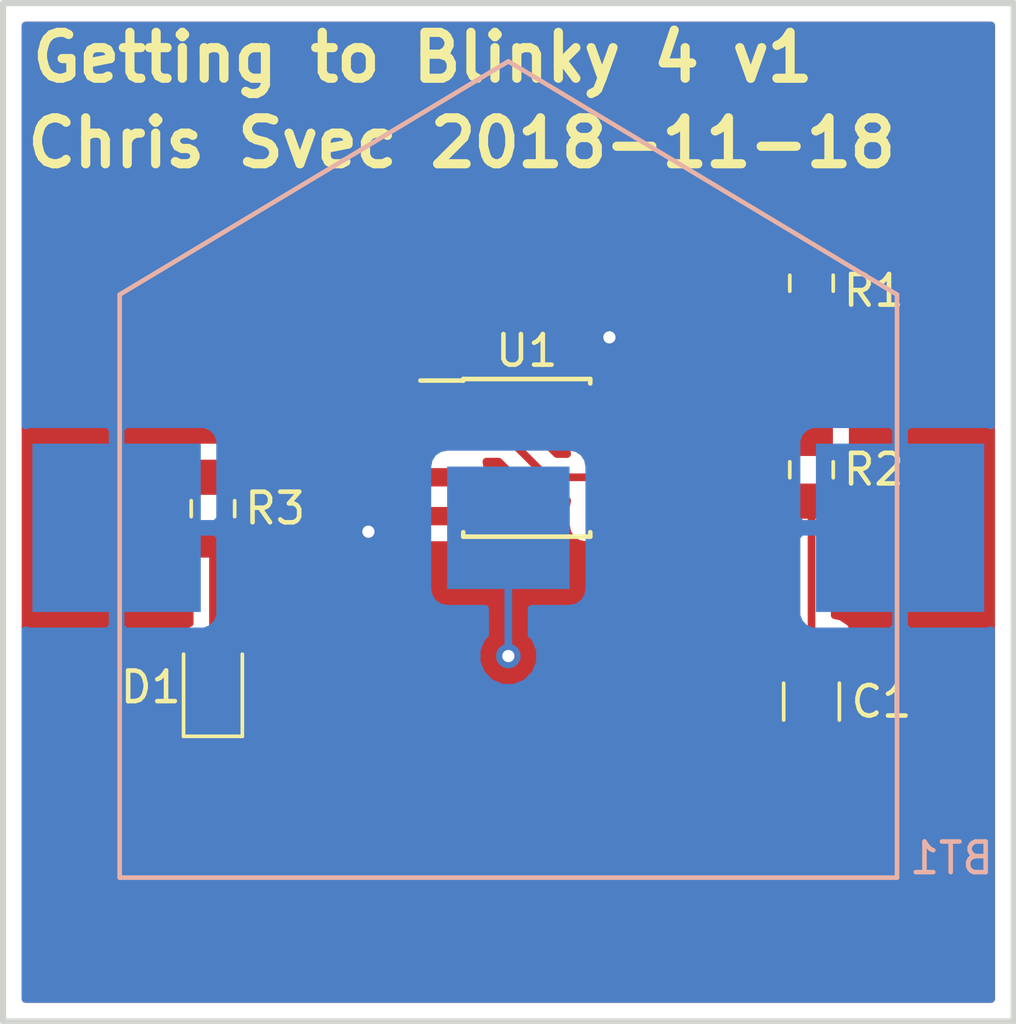
<source format=kicad_pcb>
(kicad_pcb (version 20171130) (host pcbnew "(5.0.1-3-g963ef8bb5)")

  (general
    (thickness 1.6)
    (drawings 6)
    (tracks 24)
    (zones 0)
    (modules 7)
    (nets 8)
  )

  (page A4)
  (layers
    (0 F.Cu signal)
    (31 B.Cu signal)
    (32 B.Adhes user)
    (33 F.Adhes user)
    (34 B.Paste user)
    (35 F.Paste user)
    (36 B.SilkS user)
    (37 F.SilkS user)
    (38 B.Mask user)
    (39 F.Mask user)
    (40 Dwgs.User user)
    (41 Cmts.User user)
    (42 Eco1.User user)
    (43 Eco2.User user)
    (44 Edge.Cuts user)
    (45 Margin user)
    (46 B.CrtYd user)
    (47 F.CrtYd user)
    (48 B.Fab user)
    (49 F.Fab user)
  )

  (setup
    (last_trace_width 0.25)
    (trace_clearance 0.2)
    (zone_clearance 0.508)
    (zone_45_only no)
    (trace_min 0.2)
    (segment_width 0.2)
    (edge_width 0.15)
    (via_size 0.8)
    (via_drill 0.4)
    (via_min_size 0.4)
    (via_min_drill 0.3)
    (uvia_size 0.3)
    (uvia_drill 0.1)
    (uvias_allowed no)
    (uvia_min_size 0.2)
    (uvia_min_drill 0.1)
    (pcb_text_width 0.3)
    (pcb_text_size 1.5 1.5)
    (mod_edge_width 0.15)
    (mod_text_size 1 1)
    (mod_text_width 0.15)
    (pad_size 1.524 1.524)
    (pad_drill 0.762)
    (pad_to_mask_clearance 0.051)
    (solder_mask_min_width 0.25)
    (aux_axis_origin 0 0)
    (visible_elements FFFFFF7F)
    (pcbplotparams
      (layerselection 0x010f0_ffffffff)
      (usegerberextensions false)
      (usegerberattributes false)
      (usegerberadvancedattributes false)
      (creategerberjobfile false)
      (excludeedgelayer true)
      (linewidth 0.100000)
      (plotframeref false)
      (viasonmask false)
      (mode 1)
      (useauxorigin false)
      (hpglpennumber 1)
      (hpglpenspeed 20)
      (hpglpendiameter 15.000000)
      (psnegative false)
      (psa4output false)
      (plotreference true)
      (plotvalue false)
      (plotinvisibletext false)
      (padsonsilk false)
      (subtractmaskfromsilk true)
      (outputformat 1)
      (mirror false)
      (drillshape 0)
      (scaleselection 1)
      (outputdirectory "GERBERS/"))
  )

  (net 0 "")
  (net 1 "Net-(C1-Pad1)")
  (net 2 GND)
  (net 3 "Net-(D1-Pad2)")
  (net 4 /VDD)
  (net 5 "Net-(R1-Pad2)")
  (net 6 "Net-(R3-Pad1)")
  (net 7 "Net-(U1-Pad5)")

  (net_class Default "This is the default net class."
    (clearance 0.2)
    (trace_width 0.25)
    (via_dia 0.8)
    (via_drill 0.4)
    (uvia_dia 0.3)
    (uvia_drill 0.1)
    (add_net /VDD)
    (add_net GND)
    (add_net "Net-(C1-Pad1)")
    (add_net "Net-(D1-Pad2)")
    (add_net "Net-(R1-Pad2)")
    (add_net "Net-(R3-Pad1)")
    (add_net "Net-(U1-Pad5)")
  )

  (module GettingToBlinky4:BatteryHolder_CR2032_S8211R (layer B.Cu) (tedit 5BF22044) (tstamp 5C15CE92)
    (at 102.87 88.265)
    (path /5BF222CB)
    (fp_text reference BT1 (at 14.478 10.795) (layer B.SilkS)
      (effects (font (size 1 1) (thickness 0.15)) (justify mirror))
    )
    (fp_text value Battery (at -9.652 10.287) (layer B.Fab)
      (effects (font (size 1 1) (thickness 0.15)) (justify mirror))
    )
    (fp_line (start -12.7 11.43) (end 12.7 11.43) (layer B.SilkS) (width 0.15))
    (fp_line (start 0 -15.24) (end 12.7 -7.62) (layer B.SilkS) (width 0.15))
    (fp_line (start 12.7 -7.62) (end 12.7 11.43) (layer B.SilkS) (width 0.15))
    (fp_line (start -12.7 11.43) (end -12.7 -7.62) (layer B.SilkS) (width 0.15))
    (fp_line (start -12.7 -7.62) (end 0 -15.24) (layer B.SilkS) (width 0.15))
    (pad 2 smd rect (at 0 0) (size 4 4) (layers B.Cu B.Paste B.Mask)
      (net 2 GND))
    (pad 1 smd rect (at -12.8 0) (size 5.5 5.5) (layers B.Cu B.Paste B.Mask)
      (net 4 /VDD))
    (pad 1 smd rect (at 12.8 0) (size 5.5 5.5) (layers B.Cu B.Paste B.Mask)
      (net 4 /VDD))
  )

  (module Capacitor_SMD:C_1206_3216Metric_Pad1.42x1.75mm_HandSolder (layer F.Cu) (tedit 5B301BBE) (tstamp 5C15CA72)
    (at 112.776 93.9435 270)
    (descr "Capacitor SMD 1206 (3216 Metric), square (rectangular) end terminal, IPC_7351 nominal with elongated pad for handsoldering. (Body size source: http://www.tortai-tech.com/upload/download/2011102023233369053.pdf), generated with kicad-footprint-generator")
    (tags "capacitor handsolder")
    (path /5BF20EAA)
    (attr smd)
    (fp_text reference C1 (at 0 -2.286) (layer F.SilkS)
      (effects (font (size 1 1) (thickness 0.15)))
    )
    (fp_text value 1U (at 0 1.82 270) (layer F.Fab)
      (effects (font (size 1 1) (thickness 0.15)))
    )
    (fp_line (start -1.6 0.8) (end -1.6 -0.8) (layer F.Fab) (width 0.1))
    (fp_line (start -1.6 -0.8) (end 1.6 -0.8) (layer F.Fab) (width 0.1))
    (fp_line (start 1.6 -0.8) (end 1.6 0.8) (layer F.Fab) (width 0.1))
    (fp_line (start 1.6 0.8) (end -1.6 0.8) (layer F.Fab) (width 0.1))
    (fp_line (start -0.602064 -0.91) (end 0.602064 -0.91) (layer F.SilkS) (width 0.12))
    (fp_line (start -0.602064 0.91) (end 0.602064 0.91) (layer F.SilkS) (width 0.12))
    (fp_line (start -2.45 1.12) (end -2.45 -1.12) (layer F.CrtYd) (width 0.05))
    (fp_line (start -2.45 -1.12) (end 2.45 -1.12) (layer F.CrtYd) (width 0.05))
    (fp_line (start 2.45 -1.12) (end 2.45 1.12) (layer F.CrtYd) (width 0.05))
    (fp_line (start 2.45 1.12) (end -2.45 1.12) (layer F.CrtYd) (width 0.05))
    (fp_text user %R (at 0 0 270) (layer F.Fab)
      (effects (font (size 0.8 0.8) (thickness 0.12)))
    )
    (pad 1 smd roundrect (at -1.4875 0 270) (size 1.425 1.75) (layers F.Cu F.Paste F.Mask) (roundrect_rratio 0.175439)
      (net 1 "Net-(C1-Pad1)"))
    (pad 2 smd roundrect (at 1.4875 0 270) (size 1.425 1.75) (layers F.Cu F.Paste F.Mask) (roundrect_rratio 0.175439)
      (net 2 GND))
    (model ${KISYS3DMOD}/Capacitor_SMD.3dshapes/C_1206_3216Metric.wrl
      (at (xyz 0 0 0))
      (scale (xyz 1 1 1))
      (rotate (xyz 0 0 0))
    )
  )

  (module LED_SMD:LED_0805_2012Metric (layer F.Cu) (tedit 5B36C52C) (tstamp 5BFE6A37)
    (at 93.218 93.3935 90)
    (descr "LED SMD 0805 (2012 Metric), square (rectangular) end terminal, IPC_7351 nominal, (Body size source: https://docs.google.com/spreadsheets/d/1BsfQQcO9C6DZCsRaXUlFlo91Tg2WpOkGARC1WS5S8t0/edit?usp=sharing), generated with kicad-footprint-generator")
    (tags diode)
    (path /5BF20F5C)
    (attr smd)
    (fp_text reference D1 (at -0.0785 -2.032 180) (layer F.SilkS)
      (effects (font (size 1 1) (thickness 0.15)))
    )
    (fp_text value LED (at 0 1.65 90) (layer F.Fab)
      (effects (font (size 1 1) (thickness 0.15)))
    )
    (fp_line (start 1 -0.6) (end -0.7 -0.6) (layer F.Fab) (width 0.1))
    (fp_line (start -0.7 -0.6) (end -1 -0.3) (layer F.Fab) (width 0.1))
    (fp_line (start -1 -0.3) (end -1 0.6) (layer F.Fab) (width 0.1))
    (fp_line (start -1 0.6) (end 1 0.6) (layer F.Fab) (width 0.1))
    (fp_line (start 1 0.6) (end 1 -0.6) (layer F.Fab) (width 0.1))
    (fp_line (start 1 -0.96) (end -1.685 -0.96) (layer F.SilkS) (width 0.12))
    (fp_line (start -1.685 -0.96) (end -1.685 0.96) (layer F.SilkS) (width 0.12))
    (fp_line (start -1.685 0.96) (end 1 0.96) (layer F.SilkS) (width 0.12))
    (fp_line (start -1.68 0.95) (end -1.68 -0.95) (layer F.CrtYd) (width 0.05))
    (fp_line (start -1.68 -0.95) (end 1.68 -0.95) (layer F.CrtYd) (width 0.05))
    (fp_line (start 1.68 -0.95) (end 1.68 0.95) (layer F.CrtYd) (width 0.05))
    (fp_line (start 1.68 0.95) (end -1.68 0.95) (layer F.CrtYd) (width 0.05))
    (fp_text user %R (at 0 0 90) (layer F.Fab)
      (effects (font (size 0.5 0.5) (thickness 0.08)))
    )
    (pad 1 smd roundrect (at -0.9375 0 90) (size 0.975 1.4) (layers F.Cu F.Paste F.Mask) (roundrect_rratio 0.25)
      (net 2 GND))
    (pad 2 smd roundrect (at 0.9375 0 90) (size 0.975 1.4) (layers F.Cu F.Paste F.Mask) (roundrect_rratio 0.25)
      (net 3 "Net-(D1-Pad2)"))
    (model ${KISYS3DMOD}/LED_SMD.3dshapes/LED_0805_2012Metric.wrl
      (at (xyz 0 0 0))
      (scale (xyz 1 1 1))
      (rotate (xyz 0 0 0))
    )
  )

  (module Resistor_SMD:R_0805_2012Metric_Pad1.15x1.40mm_HandSolder (layer F.Cu) (tedit 5B36C52B) (tstamp 5BFE6A48)
    (at 112.776 80.273 270)
    (descr "Resistor SMD 0805 (2012 Metric), square (rectangular) end terminal, IPC_7351 nominal with elongated pad for handsoldering. (Body size source: https://docs.google.com/spreadsheets/d/1BsfQQcO9C6DZCsRaXUlFlo91Tg2WpOkGARC1WS5S8t0/edit?usp=sharing), generated with kicad-footprint-generator")
    (tags "resistor handsolder")
    (path /5BF20DEA)
    (attr smd)
    (fp_text reference R1 (at 0.245 -2.032) (layer F.SilkS)
      (effects (font (size 1 1) (thickness 0.15)))
    )
    (fp_text value 1K (at 0 1.65 270) (layer F.Fab)
      (effects (font (size 1 1) (thickness 0.15)))
    )
    (fp_line (start -1 0.6) (end -1 -0.6) (layer F.Fab) (width 0.1))
    (fp_line (start -1 -0.6) (end 1 -0.6) (layer F.Fab) (width 0.1))
    (fp_line (start 1 -0.6) (end 1 0.6) (layer F.Fab) (width 0.1))
    (fp_line (start 1 0.6) (end -1 0.6) (layer F.Fab) (width 0.1))
    (fp_line (start -0.261252 -0.71) (end 0.261252 -0.71) (layer F.SilkS) (width 0.12))
    (fp_line (start -0.261252 0.71) (end 0.261252 0.71) (layer F.SilkS) (width 0.12))
    (fp_line (start -1.85 0.95) (end -1.85 -0.95) (layer F.CrtYd) (width 0.05))
    (fp_line (start -1.85 -0.95) (end 1.85 -0.95) (layer F.CrtYd) (width 0.05))
    (fp_line (start 1.85 -0.95) (end 1.85 0.95) (layer F.CrtYd) (width 0.05))
    (fp_line (start 1.85 0.95) (end -1.85 0.95) (layer F.CrtYd) (width 0.05))
    (fp_text user %R (at 0 0 270) (layer F.Fab)
      (effects (font (size 0.5 0.5) (thickness 0.08)))
    )
    (pad 1 smd roundrect (at -1.025 0 270) (size 1.15 1.4) (layers F.Cu F.Paste F.Mask) (roundrect_rratio 0.217391)
      (net 4 /VDD))
    (pad 2 smd roundrect (at 1.025 0 270) (size 1.15 1.4) (layers F.Cu F.Paste F.Mask) (roundrect_rratio 0.217391)
      (net 5 "Net-(R1-Pad2)"))
    (model ${KISYS3DMOD}/Resistor_SMD.3dshapes/R_0805_2012Metric.wrl
      (at (xyz 0 0 0))
      (scale (xyz 1 1 1))
      (rotate (xyz 0 0 0))
    )
  )

  (module Resistor_SMD:R_0805_2012Metric_Pad1.15x1.40mm_HandSolder (layer F.Cu) (tedit 5B36C52B) (tstamp 5C15CE2A)
    (at 112.776 86.369 270)
    (descr "Resistor SMD 0805 (2012 Metric), square (rectangular) end terminal, IPC_7351 nominal with elongated pad for handsoldering. (Body size source: https://docs.google.com/spreadsheets/d/1BsfQQcO9C6DZCsRaXUlFlo91Tg2WpOkGARC1WS5S8t0/edit?usp=sharing), generated with kicad-footprint-generator")
    (tags "resistor handsolder")
    (path /5BF20E2E)
    (attr smd)
    (fp_text reference R2 (at -0.009 -2.032) (layer F.SilkS)
      (effects (font (size 1 1) (thickness 0.15)))
    )
    (fp_text value 470K (at 0 1.65 270) (layer F.Fab)
      (effects (font (size 1 1) (thickness 0.15)))
    )
    (fp_text user %R (at 0 0 270) (layer F.Fab)
      (effects (font (size 0.5 0.5) (thickness 0.08)))
    )
    (fp_line (start 1.85 0.95) (end -1.85 0.95) (layer F.CrtYd) (width 0.05))
    (fp_line (start 1.85 -0.95) (end 1.85 0.95) (layer F.CrtYd) (width 0.05))
    (fp_line (start -1.85 -0.95) (end 1.85 -0.95) (layer F.CrtYd) (width 0.05))
    (fp_line (start -1.85 0.95) (end -1.85 -0.95) (layer F.CrtYd) (width 0.05))
    (fp_line (start -0.261252 0.71) (end 0.261252 0.71) (layer F.SilkS) (width 0.12))
    (fp_line (start -0.261252 -0.71) (end 0.261252 -0.71) (layer F.SilkS) (width 0.12))
    (fp_line (start 1 0.6) (end -1 0.6) (layer F.Fab) (width 0.1))
    (fp_line (start 1 -0.6) (end 1 0.6) (layer F.Fab) (width 0.1))
    (fp_line (start -1 -0.6) (end 1 -0.6) (layer F.Fab) (width 0.1))
    (fp_line (start -1 0.6) (end -1 -0.6) (layer F.Fab) (width 0.1))
    (pad 2 smd roundrect (at 1.025 0 270) (size 1.15 1.4) (layers F.Cu F.Paste F.Mask) (roundrect_rratio 0.217391)
      (net 1 "Net-(C1-Pad1)"))
    (pad 1 smd roundrect (at -1.025 0 270) (size 1.15 1.4) (layers F.Cu F.Paste F.Mask) (roundrect_rratio 0.217391)
      (net 5 "Net-(R1-Pad2)"))
    (model ${KISYS3DMOD}/Resistor_SMD.3dshapes/R_0805_2012Metric.wrl
      (at (xyz 0 0 0))
      (scale (xyz 1 1 1))
      (rotate (xyz 0 0 0))
    )
  )

  (module Resistor_SMD:R_0805_2012Metric_Pad1.15x1.40mm_HandSolder (layer F.Cu) (tedit 5B36C52B) (tstamp 5BFE6A6A)
    (at 93.218 87.639 270)
    (descr "Resistor SMD 0805 (2012 Metric), square (rectangular) end terminal, IPC_7351 nominal with elongated pad for handsoldering. (Body size source: https://docs.google.com/spreadsheets/d/1BsfQQcO9C6DZCsRaXUlFlo91Tg2WpOkGARC1WS5S8t0/edit?usp=sharing), generated with kicad-footprint-generator")
    (tags "resistor handsolder")
    (path /5BF20E50)
    (attr smd)
    (fp_text reference R3 (at -0.009 -2.032 180) (layer F.SilkS)
      (effects (font (size 1 1) (thickness 0.15)))
    )
    (fp_text value 1K (at 0 1.65 270) (layer F.Fab)
      (effects (font (size 1 1) (thickness 0.15)))
    )
    (fp_line (start -1 0.6) (end -1 -0.6) (layer F.Fab) (width 0.1))
    (fp_line (start -1 -0.6) (end 1 -0.6) (layer F.Fab) (width 0.1))
    (fp_line (start 1 -0.6) (end 1 0.6) (layer F.Fab) (width 0.1))
    (fp_line (start 1 0.6) (end -1 0.6) (layer F.Fab) (width 0.1))
    (fp_line (start -0.261252 -0.71) (end 0.261252 -0.71) (layer F.SilkS) (width 0.12))
    (fp_line (start -0.261252 0.71) (end 0.261252 0.71) (layer F.SilkS) (width 0.12))
    (fp_line (start -1.85 0.95) (end -1.85 -0.95) (layer F.CrtYd) (width 0.05))
    (fp_line (start -1.85 -0.95) (end 1.85 -0.95) (layer F.CrtYd) (width 0.05))
    (fp_line (start 1.85 -0.95) (end 1.85 0.95) (layer F.CrtYd) (width 0.05))
    (fp_line (start 1.85 0.95) (end -1.85 0.95) (layer F.CrtYd) (width 0.05))
    (fp_text user %R (at 0 0 270) (layer F.Fab)
      (effects (font (size 0.5 0.5) (thickness 0.08)))
    )
    (pad 1 smd roundrect (at -1.025 0 270) (size 1.15 1.4) (layers F.Cu F.Paste F.Mask) (roundrect_rratio 0.217391)
      (net 6 "Net-(R3-Pad1)"))
    (pad 2 smd roundrect (at 1.025 0 270) (size 1.15 1.4) (layers F.Cu F.Paste F.Mask) (roundrect_rratio 0.217391)
      (net 3 "Net-(D1-Pad2)"))
    (model ${KISYS3DMOD}/Resistor_SMD.3dshapes/R_0805_2012Metric.wrl
      (at (xyz 0 0 0))
      (scale (xyz 1 1 1))
      (rotate (xyz 0 0 0))
    )
  )

  (module Package_SO:SOIC-8_3.9x4.9mm_P1.27mm (layer F.Cu) (tedit 5A02F2D3) (tstamp 5C15C783)
    (at 103.472 85.979)
    (descr "8-Lead Plastic Small Outline (SN) - Narrow, 3.90 mm Body [SOIC] (see Microchip Packaging Specification 00000049BS.pdf)")
    (tags "SOIC 1.27")
    (path /5BF20D98)
    (attr smd)
    (fp_text reference U1 (at 0 -3.5) (layer F.SilkS)
      (effects (font (size 1 1) (thickness 0.15)))
    )
    (fp_text value 7555 (at 0 3.5) (layer F.Fab)
      (effects (font (size 1 1) (thickness 0.15)))
    )
    (fp_text user %R (at 0 0) (layer F.Fab)
      (effects (font (size 1 1) (thickness 0.15)))
    )
    (fp_line (start -0.95 -2.45) (end 1.95 -2.45) (layer F.Fab) (width 0.1))
    (fp_line (start 1.95 -2.45) (end 1.95 2.45) (layer F.Fab) (width 0.1))
    (fp_line (start 1.95 2.45) (end -1.95 2.45) (layer F.Fab) (width 0.1))
    (fp_line (start -1.95 2.45) (end -1.95 -1.45) (layer F.Fab) (width 0.1))
    (fp_line (start -1.95 -1.45) (end -0.95 -2.45) (layer F.Fab) (width 0.1))
    (fp_line (start -3.73 -2.7) (end -3.73 2.7) (layer F.CrtYd) (width 0.05))
    (fp_line (start 3.73 -2.7) (end 3.73 2.7) (layer F.CrtYd) (width 0.05))
    (fp_line (start -3.73 -2.7) (end 3.73 -2.7) (layer F.CrtYd) (width 0.05))
    (fp_line (start -3.73 2.7) (end 3.73 2.7) (layer F.CrtYd) (width 0.05))
    (fp_line (start -2.075 -2.575) (end -2.075 -2.525) (layer F.SilkS) (width 0.15))
    (fp_line (start 2.075 -2.575) (end 2.075 -2.43) (layer F.SilkS) (width 0.15))
    (fp_line (start 2.075 2.575) (end 2.075 2.43) (layer F.SilkS) (width 0.15))
    (fp_line (start -2.075 2.575) (end -2.075 2.43) (layer F.SilkS) (width 0.15))
    (fp_line (start -2.075 -2.575) (end 2.075 -2.575) (layer F.SilkS) (width 0.15))
    (fp_line (start -2.075 2.575) (end 2.075 2.575) (layer F.SilkS) (width 0.15))
    (fp_line (start -2.075 -2.525) (end -3.475 -2.525) (layer F.SilkS) (width 0.15))
    (pad 1 smd rect (at -2.7 -1.905) (size 1.55 0.6) (layers F.Cu F.Paste F.Mask)
      (net 2 GND))
    (pad 2 smd rect (at -2.7 -0.635) (size 1.55 0.6) (layers F.Cu F.Paste F.Mask)
      (net 1 "Net-(C1-Pad1)"))
    (pad 3 smd rect (at -2.7 0.635) (size 1.55 0.6) (layers F.Cu F.Paste F.Mask)
      (net 6 "Net-(R3-Pad1)"))
    (pad 4 smd rect (at -2.7 1.905) (size 1.55 0.6) (layers F.Cu F.Paste F.Mask)
      (net 4 /VDD))
    (pad 5 smd rect (at 2.7 1.905) (size 1.55 0.6) (layers F.Cu F.Paste F.Mask)
      (net 7 "Net-(U1-Pad5)"))
    (pad 6 smd rect (at 2.7 0.635) (size 1.55 0.6) (layers F.Cu F.Paste F.Mask)
      (net 1 "Net-(C1-Pad1)"))
    (pad 7 smd rect (at 2.7 -0.635) (size 1.55 0.6) (layers F.Cu F.Paste F.Mask)
      (net 5 "Net-(R1-Pad2)"))
    (pad 8 smd rect (at 2.7 -1.905) (size 1.55 0.6) (layers F.Cu F.Paste F.Mask)
      (net 4 /VDD))
    (model ${KISYS3DMOD}/Package_SO.3dshapes/SOIC-8_3.9x4.9mm_P1.27mm.wrl
      (at (xyz 0 0 0))
      (scale (xyz 1 1 1))
      (rotate (xyz 0 0 0))
    )
  )

  (gr_text "Chris Svec 2018-11-18" (at 101.346 75.692) (layer F.SilkS)
    (effects (font (size 1.5 1.5) (thickness 0.3)))
  )
  (gr_text "Getting to Blinky 4 v1" (at 100.076 72.898) (layer F.SilkS)
    (effects (font (size 1.5 1.5) (thickness 0.3)))
  )
  (gr_line (start 119.38 104.394) (end 86.36 104.394) (layer Edge.Cuts) (width 0.2))
  (gr_line (start 119.38 71.12) (end 119.38 104.394) (layer Edge.Cuts) (width 0.2))
  (gr_line (start 86.36 71.12) (end 119.38 71.12) (layer Edge.Cuts) (width 0.2))
  (gr_line (start 86.36 104.394) (end 86.36 71.12) (layer Edge.Cuts) (width 0.2))

  (segment (start 112.776 87.394) (end 112.776 92.456) (width 0.25) (layer F.Cu) (net 1))
  (segment (start 100.772 85.344) (end 102.87 85.344) (width 0.25) (layer F.Cu) (net 1))
  (segment (start 102.87 85.344) (end 104.14 86.614) (width 0.25) (layer F.Cu) (net 1))
  (segment (start 104.14 86.614) (end 106.172 86.614) (width 0.25) (layer F.Cu) (net 1))
  (segment (start 110 87.394) (end 112.776 87.394) (width 0.25) (layer F.Cu) (net 1))
  (segment (start 109.22 86.614) (end 110 87.394) (width 0.25) (layer F.Cu) (net 1))
  (segment (start 106.172 86.614) (end 109.22 86.614) (width 0.25) (layer F.Cu) (net 1))
  (via (at 102.87 92.456) (size 0.8) (drill 0.4) (layers F.Cu B.Cu) (net 2))
  (segment (start 102.87 88.265) (end 102.87 92.456) (width 0.25) (layer B.Cu) (net 2))
  (segment (start 93.218 88.664) (end 93.218 92.456) (width 0.25) (layer F.Cu) (net 3))
  (segment (start 110.998 79.756) (end 111.506 79.248) (width 0.25) (layer F.Cu) (net 4))
  (segment (start 110.998 81.026) (end 110.998 79.756) (width 0.25) (layer F.Cu) (net 4))
  (segment (start 111.506 79.248) (end 112.776 79.248) (width 0.25) (layer F.Cu) (net 4))
  (segment (start 107.95 84.074) (end 110.998 81.026) (width 0.25) (layer F.Cu) (net 4))
  (segment (start 106.172 84.074) (end 107.95 84.074) (width 0.25) (layer F.Cu) (net 4))
  (via (at 106.172 82.042) (size 0.8) (drill 0.4) (layers F.Cu B.Cu) (net 4))
  (segment (start 106.172 84.074) (end 106.172 82.042) (width 0.25) (layer F.Cu) (net 4))
  (segment (start 100.772 87.884) (end 99.747 87.884) (width 0.25) (layer F.Cu) (net 4))
  (via (at 98.298 88.392) (size 0.8) (drill 0.4) (layers F.Cu B.Cu) (net 4))
  (segment (start 98.806 87.884) (end 98.298 88.392) (width 0.25) (layer F.Cu) (net 4))
  (segment (start 99.747 87.884) (end 98.806 87.884) (width 0.25) (layer F.Cu) (net 4))
  (segment (start 112.776 85.344) (end 106.172 85.344) (width 0.25) (layer F.Cu) (net 5))
  (segment (start 112.776 81.298) (end 112.776 85.344) (width 0.25) (layer F.Cu) (net 5))
  (segment (start 100.772 86.614) (end 93.218 86.614) (width 0.25) (layer F.Cu) (net 6))

  (zone (net 2) (net_name GND) (layer F.Cu) (tstamp 5C15D16C) (hatch edge 0.508)
    (connect_pads (clearance 0.508))
    (min_thickness 0.254)
    (fill yes (arc_segments 16) (thermal_gap 0.508) (thermal_bridge_width 0.508))
    (polygon
      (pts
        (xy 86.36 71.12) (xy 86.36 104.394) (xy 119.38 104.394) (xy 119.38 71.12)
      )
    )
    (filled_polygon
      (pts
        (xy 118.645001 103.659) (xy 87.095 103.659) (xy 87.095 95.71675) (xy 111.266 95.71675) (xy 111.266 96.269809)
        (xy 111.362673 96.503198) (xy 111.541301 96.681827) (xy 111.77469 96.7785) (xy 112.49025 96.7785) (xy 112.649 96.61975)
        (xy 112.649 95.558) (xy 112.903 95.558) (xy 112.903 96.61975) (xy 113.06175 96.7785) (xy 113.77731 96.7785)
        (xy 114.010699 96.681827) (xy 114.189327 96.503198) (xy 114.286 96.269809) (xy 114.286 95.71675) (xy 114.12725 95.558)
        (xy 112.903 95.558) (xy 112.649 95.558) (xy 111.42475 95.558) (xy 111.266 95.71675) (xy 87.095 95.71675)
        (xy 87.095 94.61675) (xy 91.883 94.61675) (xy 91.883 94.944809) (xy 91.979673 95.178198) (xy 92.158301 95.356827)
        (xy 92.39169 95.4535) (xy 92.93225 95.4535) (xy 93.091 95.29475) (xy 93.091 94.458) (xy 93.345 94.458)
        (xy 93.345 95.29475) (xy 93.50375 95.4535) (xy 94.04431 95.4535) (xy 94.277699 95.356827) (xy 94.456327 95.178198)
        (xy 94.553 94.944809) (xy 94.553 94.61675) (xy 94.528441 94.592191) (xy 111.266 94.592191) (xy 111.266 95.14525)
        (xy 111.42475 95.304) (xy 112.649 95.304) (xy 112.649 94.24225) (xy 112.903 94.24225) (xy 112.903 95.304)
        (xy 114.12725 95.304) (xy 114.286 95.14525) (xy 114.286 94.592191) (xy 114.189327 94.358802) (xy 114.010699 94.180173)
        (xy 113.77731 94.0835) (xy 113.06175 94.0835) (xy 112.903 94.24225) (xy 112.649 94.24225) (xy 112.49025 94.0835)
        (xy 111.77469 94.0835) (xy 111.541301 94.180173) (xy 111.362673 94.358802) (xy 111.266 94.592191) (xy 94.528441 94.592191)
        (xy 94.39425 94.458) (xy 93.345 94.458) (xy 93.091 94.458) (xy 92.04175 94.458) (xy 91.883 94.61675)
        (xy 87.095 94.61675) (xy 87.095 86.288999) (xy 91.87056 86.288999) (xy 91.87056 86.939001) (xy 91.938873 87.282436)
        (xy 92.133414 87.573586) (xy 92.231313 87.639) (xy 92.133414 87.704414) (xy 91.938873 87.995564) (xy 91.87056 88.338999)
        (xy 91.87056 88.989001) (xy 91.938873 89.332436) (xy 92.133414 89.623586) (xy 92.424564 89.818127) (xy 92.458 89.824778)
        (xy 92.458001 91.38148) (xy 92.420706 91.388898) (xy 92.131584 91.582084) (xy 91.938398 91.871206) (xy 91.87056 92.21225)
        (xy 91.87056 92.69975) (xy 91.938398 93.040794) (xy 92.131584 93.329916) (xy 92.132767 93.330707) (xy 91.979673 93.483802)
        (xy 91.883 93.717191) (xy 91.883 94.04525) (xy 92.04175 94.204) (xy 93.091 94.204) (xy 93.091 94.184)
        (xy 93.345 94.184) (xy 93.345 94.204) (xy 94.39425 94.204) (xy 94.553 94.04525) (xy 94.553 93.717191)
        (xy 94.456327 93.483802) (xy 94.303233 93.330707) (xy 94.304416 93.329916) (xy 94.497602 93.040794) (xy 94.56544 92.69975)
        (xy 94.56544 92.21225) (xy 94.497602 91.871206) (xy 94.304416 91.582084) (xy 94.015294 91.388898) (xy 93.978 91.38148)
        (xy 93.978 89.824778) (xy 94.011436 89.818127) (xy 94.302586 89.623586) (xy 94.497127 89.332436) (xy 94.56544 88.989001)
        (xy 94.56544 88.338999) (xy 94.497127 87.995564) (xy 94.302586 87.704414) (xy 94.204687 87.639) (xy 94.302586 87.573586)
        (xy 94.435946 87.374) (xy 98.051084 87.374) (xy 97.71172 87.514569) (xy 97.420569 87.80572) (xy 97.263 88.186126)
        (xy 97.263 88.597874) (xy 97.420569 88.97828) (xy 97.71172 89.269431) (xy 98.092126 89.427) (xy 98.503874 89.427)
        (xy 98.88428 89.269431) (xy 99.175431 88.97828) (xy 99.313894 88.644) (xy 99.54247 88.644) (xy 99.749235 88.782157)
        (xy 99.997 88.83144) (xy 101.547 88.83144) (xy 101.794765 88.782157) (xy 102.004809 88.641809) (xy 102.145157 88.431765)
        (xy 102.19444 88.184) (xy 102.19444 87.584) (xy 102.145157 87.336235) (xy 102.086868 87.249) (xy 102.145157 87.161765)
        (xy 102.19444 86.914) (xy 102.19444 86.314) (xy 102.152669 86.104) (xy 102.555199 86.104) (xy 103.54967 87.098472)
        (xy 103.592071 87.161929) (xy 103.843463 87.329904) (xy 104.065148 87.374) (xy 104.065152 87.374) (xy 104.139999 87.388888)
        (xy 104.214846 87.374) (xy 104.791331 87.374) (xy 104.74956 87.584) (xy 104.74956 88.184) (xy 104.798843 88.431765)
        (xy 104.939191 88.641809) (xy 105.149235 88.782157) (xy 105.397 88.83144) (xy 106.947 88.83144) (xy 107.194765 88.782157)
        (xy 107.404809 88.641809) (xy 107.545157 88.431765) (xy 107.59444 88.184) (xy 107.59444 87.584) (xy 107.552669 87.374)
        (xy 108.905199 87.374) (xy 109.409671 87.878473) (xy 109.452071 87.941929) (xy 109.703463 88.109904) (xy 109.925148 88.154)
        (xy 109.925152 88.154) (xy 110 88.168888) (xy 110.074848 88.154) (xy 111.558054 88.154) (xy 111.691414 88.353586)
        (xy 111.982564 88.548127) (xy 112.016 88.554778) (xy 112.016001 91.122913) (xy 111.807565 91.164374) (xy 111.516414 91.358914)
        (xy 111.321874 91.650065) (xy 111.25356 91.9935) (xy 111.25356 92.9185) (xy 111.321874 93.261935) (xy 111.516414 93.553086)
        (xy 111.807565 93.747626) (xy 112.151 93.81594) (xy 113.401 93.81594) (xy 113.744435 93.747626) (xy 114.035586 93.553086)
        (xy 114.230126 93.261935) (xy 114.29844 92.9185) (xy 114.29844 91.9935) (xy 114.230126 91.650065) (xy 114.035586 91.358914)
        (xy 113.744435 91.164374) (xy 113.536 91.122913) (xy 113.536 88.554778) (xy 113.569436 88.548127) (xy 113.860586 88.353586)
        (xy 114.055127 88.062436) (xy 114.12344 87.719001) (xy 114.12344 87.068999) (xy 114.055127 86.725564) (xy 113.860586 86.434414)
        (xy 113.762687 86.369) (xy 113.860586 86.303586) (xy 114.055127 86.012436) (xy 114.12344 85.669001) (xy 114.12344 85.018999)
        (xy 114.055127 84.675564) (xy 113.860586 84.384414) (xy 113.569436 84.189873) (xy 113.536 84.183222) (xy 113.536 82.458778)
        (xy 113.569436 82.452127) (xy 113.860586 82.257586) (xy 114.055127 81.966436) (xy 114.12344 81.623001) (xy 114.12344 80.972999)
        (xy 114.055127 80.629564) (xy 113.860586 80.338414) (xy 113.762687 80.273) (xy 113.860586 80.207586) (xy 114.055127 79.916436)
        (xy 114.12344 79.573001) (xy 114.12344 78.922999) (xy 114.055127 78.579564) (xy 113.860586 78.288414) (xy 113.569436 78.093873)
        (xy 113.226001 78.02556) (xy 112.325999 78.02556) (xy 111.982564 78.093873) (xy 111.691414 78.288414) (xy 111.560728 78.483998)
        (xy 111.505999 78.473112) (xy 111.431152 78.488) (xy 111.431148 78.488) (xy 111.209463 78.532096) (xy 111.209461 78.532097)
        (xy 111.209462 78.532097) (xy 111.021526 78.657671) (xy 111.021524 78.657673) (xy 110.958071 78.700071) (xy 110.915672 78.763525)
        (xy 110.513527 79.165672) (xy 110.450072 79.208071) (xy 110.407672 79.271527) (xy 110.407671 79.271528) (xy 110.282097 79.459463)
        (xy 110.223112 79.756) (xy 110.238001 79.830851) (xy 110.238 80.711198) (xy 107.635199 83.314) (xy 107.40153 83.314)
        (xy 107.194765 83.175843) (xy 106.947 83.12656) (xy 106.932 83.12656) (xy 106.932 82.745711) (xy 107.049431 82.62828)
        (xy 107.207 82.247874) (xy 107.207 81.836126) (xy 107.049431 81.45572) (xy 106.75828 81.164569) (xy 106.377874 81.007)
        (xy 105.966126 81.007) (xy 105.58572 81.164569) (xy 105.294569 81.45572) (xy 105.137 81.836126) (xy 105.137 82.247874)
        (xy 105.294569 82.62828) (xy 105.412001 82.745712) (xy 105.412 83.12656) (xy 105.397 83.12656) (xy 105.149235 83.175843)
        (xy 104.939191 83.316191) (xy 104.798843 83.526235) (xy 104.74956 83.774) (xy 104.74956 84.374) (xy 104.798843 84.621765)
        (xy 104.857132 84.709) (xy 104.798843 84.796235) (xy 104.74956 85.044) (xy 104.74956 85.644) (xy 104.791331 85.854)
        (xy 104.454802 85.854) (xy 103.460331 84.85953) (xy 103.417929 84.796071) (xy 103.166537 84.628096) (xy 102.944852 84.584)
        (xy 102.944847 84.584) (xy 102.87 84.569112) (xy 102.795153 84.584) (xy 102.147334 84.584) (xy 102.182 84.50031)
        (xy 102.182 84.35975) (xy 102.02325 84.201) (xy 100.899 84.201) (xy 100.899 84.221) (xy 100.645 84.221)
        (xy 100.645 84.201) (xy 99.52075 84.201) (xy 99.362 84.35975) (xy 99.362 84.50031) (xy 99.451768 84.717028)
        (xy 99.398843 84.796235) (xy 99.34956 85.044) (xy 99.34956 85.644) (xy 99.391331 85.854) (xy 94.435946 85.854)
        (xy 94.302586 85.654414) (xy 94.011436 85.459873) (xy 93.668001 85.39156) (xy 92.767999 85.39156) (xy 92.424564 85.459873)
        (xy 92.133414 85.654414) (xy 91.938873 85.945564) (xy 91.87056 86.288999) (xy 87.095 86.288999) (xy 87.095 83.64769)
        (xy 99.362 83.64769) (xy 99.362 83.78825) (xy 99.52075 83.947) (xy 100.645 83.947) (xy 100.645 83.29775)
        (xy 100.899 83.29775) (xy 100.899 83.947) (xy 102.02325 83.947) (xy 102.182 83.78825) (xy 102.182 83.64769)
        (xy 102.085327 83.414301) (xy 101.906698 83.235673) (xy 101.673309 83.139) (xy 101.05775 83.139) (xy 100.899 83.29775)
        (xy 100.645 83.29775) (xy 100.48625 83.139) (xy 99.870691 83.139) (xy 99.637302 83.235673) (xy 99.458673 83.414301)
        (xy 99.362 83.64769) (xy 87.095 83.64769) (xy 87.095 71.855) (xy 118.645 71.855)
      )
    )
  )
  (zone (net 4) (net_name /VDD) (layer B.Cu) (tstamp 5C15D169) (hatch edge 0.508)
    (connect_pads (clearance 0.508))
    (min_thickness 0.254)
    (fill yes (arc_segments 16) (thermal_gap 0.508) (thermal_bridge_width 0.508))
    (polygon
      (pts
        (xy 86.36 71.12) (xy 86.36 104.394) (xy 119.38 104.394) (xy 119.38 71.12)
      )
    )
    (filled_polygon
      (pts
        (xy 118.645 84.920879) (xy 118.546309 84.88) (xy 115.95575 84.88) (xy 115.797 85.03875) (xy 115.797 88.138)
        (xy 115.817 88.138) (xy 115.817 88.392) (xy 115.797 88.392) (xy 115.797 91.49125) (xy 115.95575 91.65)
        (xy 118.546309 91.65) (xy 118.645001 91.609121) (xy 118.645001 103.659) (xy 87.095 103.659) (xy 87.095 91.609121)
        (xy 87.193691 91.65) (xy 89.78425 91.65) (xy 89.943 91.49125) (xy 89.943 88.392) (xy 90.197 88.392)
        (xy 90.197 91.49125) (xy 90.35575 91.65) (xy 92.946309 91.65) (xy 93.179698 91.553327) (xy 93.358327 91.374699)
        (xy 93.455 91.14131) (xy 93.455 88.55075) (xy 93.29625 88.392) (xy 90.197 88.392) (xy 89.943 88.392)
        (xy 89.923 88.392) (xy 89.923 88.138) (xy 89.943 88.138) (xy 89.943 85.03875) (xy 90.197 85.03875)
        (xy 90.197 88.138) (xy 93.29625 88.138) (xy 93.455 87.97925) (xy 93.455 86.265) (xy 100.22256 86.265)
        (xy 100.22256 90.265) (xy 100.271843 90.512765) (xy 100.412191 90.722809) (xy 100.622235 90.863157) (xy 100.87 90.91244)
        (xy 102.110001 90.91244) (xy 102.110001 91.752288) (xy 101.992569 91.86972) (xy 101.835 92.250126) (xy 101.835 92.661874)
        (xy 101.992569 93.04228) (xy 102.28372 93.333431) (xy 102.664126 93.491) (xy 103.075874 93.491) (xy 103.45628 93.333431)
        (xy 103.747431 93.04228) (xy 103.905 92.661874) (xy 103.905 92.250126) (xy 103.747431 91.86972) (xy 103.63 91.752289)
        (xy 103.63 90.91244) (xy 104.87 90.91244) (xy 105.117765 90.863157) (xy 105.327809 90.722809) (xy 105.468157 90.512765)
        (xy 105.51744 90.265) (xy 105.51744 88.55075) (xy 112.285 88.55075) (xy 112.285 91.14131) (xy 112.381673 91.374699)
        (xy 112.560302 91.553327) (xy 112.793691 91.65) (xy 115.38425 91.65) (xy 115.543 91.49125) (xy 115.543 88.392)
        (xy 112.44375 88.392) (xy 112.285 88.55075) (xy 105.51744 88.55075) (xy 105.51744 86.265) (xy 105.468157 86.017235)
        (xy 105.327809 85.807191) (xy 105.117765 85.666843) (xy 104.87 85.61756) (xy 100.87 85.61756) (xy 100.622235 85.666843)
        (xy 100.412191 85.807191) (xy 100.271843 86.017235) (xy 100.22256 86.265) (xy 93.455 86.265) (xy 93.455 85.38869)
        (xy 112.285 85.38869) (xy 112.285 87.97925) (xy 112.44375 88.138) (xy 115.543 88.138) (xy 115.543 85.03875)
        (xy 115.38425 84.88) (xy 112.793691 84.88) (xy 112.560302 84.976673) (xy 112.381673 85.155301) (xy 112.285 85.38869)
        (xy 93.455 85.38869) (xy 93.358327 85.155301) (xy 93.179698 84.976673) (xy 92.946309 84.88) (xy 90.35575 84.88)
        (xy 90.197 85.03875) (xy 89.943 85.03875) (xy 89.78425 84.88) (xy 87.193691 84.88) (xy 87.095 84.920879)
        (xy 87.095 71.855) (xy 118.645 71.855)
      )
    )
  )
)

</source>
